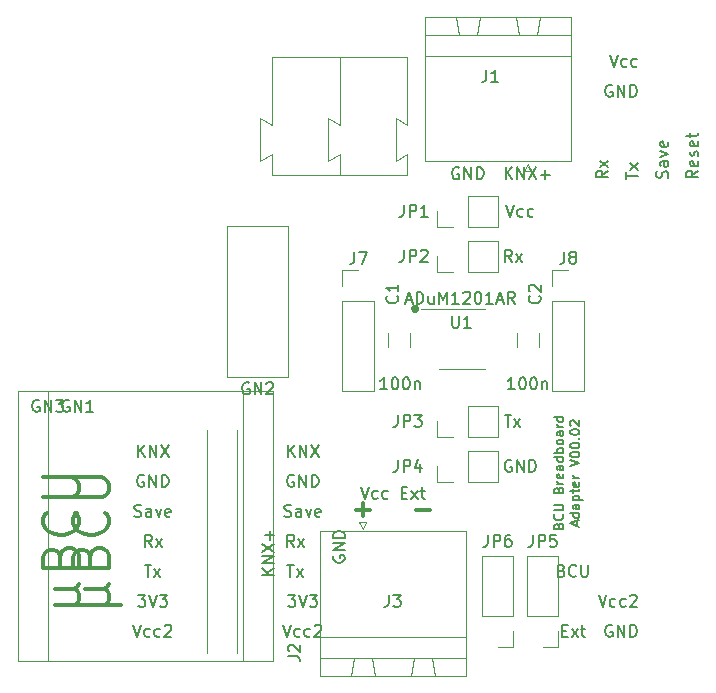
<source format=gbr>
G04 #@! TF.GenerationSoftware,KiCad,Pcbnew,(5.1.4)-1*
G04 #@! TF.CreationDate,2021-05-25T15:00:13+02:00*
G04 #@! TF.ProjectId,BCU_Breadboard_Adapter,4243555f-4272-4656-9164-626f6172645f,V00.01*
G04 #@! TF.SameCoordinates,Original*
G04 #@! TF.FileFunction,Legend,Top*
G04 #@! TF.FilePolarity,Positive*
%FSLAX46Y46*%
G04 Gerber Fmt 4.6, Leading zero omitted, Abs format (unit mm)*
G04 Created by KiCad (PCBNEW (5.1.4)-1) date 2021-05-25 15:00:13*
%MOMM*%
%LPD*%
G04 APERTURE LIST*
%ADD10C,0.300000*%
%ADD11C,0.150000*%
%ADD12C,0.200000*%
%ADD13C,0.120000*%
%ADD14C,0.050000*%
G04 APERTURE END LIST*
D10*
X136725000Y-102235000D02*
G75*
G03X136725000Y-102235000I-200000J0D01*
G01*
D11*
X148655417Y-120610070D02*
X148693512Y-120495784D01*
X148731607Y-120457689D01*
X148807798Y-120419594D01*
X148922083Y-120419594D01*
X148998274Y-120457689D01*
X149036369Y-120495784D01*
X149074464Y-120571975D01*
X149074464Y-120876737D01*
X148274464Y-120876737D01*
X148274464Y-120610070D01*
X148312560Y-120533880D01*
X148350655Y-120495784D01*
X148426845Y-120457689D01*
X148503036Y-120457689D01*
X148579226Y-120495784D01*
X148617321Y-120533880D01*
X148655417Y-120610070D01*
X148655417Y-120876737D01*
X148998274Y-119619594D02*
X149036369Y-119657689D01*
X149074464Y-119771975D01*
X149074464Y-119848165D01*
X149036369Y-119962451D01*
X148960179Y-120038641D01*
X148883988Y-120076737D01*
X148731607Y-120114832D01*
X148617321Y-120114832D01*
X148464940Y-120076737D01*
X148388750Y-120038641D01*
X148312560Y-119962451D01*
X148274464Y-119848165D01*
X148274464Y-119771975D01*
X148312560Y-119657689D01*
X148350655Y-119619594D01*
X148274464Y-119276737D02*
X148922083Y-119276737D01*
X148998274Y-119238641D01*
X149036369Y-119200546D01*
X149074464Y-119124356D01*
X149074464Y-118971975D01*
X149036369Y-118895784D01*
X148998274Y-118857689D01*
X148922083Y-118819594D01*
X148274464Y-118819594D01*
X148655417Y-117562451D02*
X148693512Y-117448165D01*
X148731607Y-117410070D01*
X148807798Y-117371975D01*
X148922083Y-117371975D01*
X148998274Y-117410070D01*
X149036369Y-117448165D01*
X149074464Y-117524356D01*
X149074464Y-117829118D01*
X148274464Y-117829118D01*
X148274464Y-117562451D01*
X148312560Y-117486260D01*
X148350655Y-117448165D01*
X148426845Y-117410070D01*
X148503036Y-117410070D01*
X148579226Y-117448165D01*
X148617321Y-117486260D01*
X148655417Y-117562451D01*
X148655417Y-117829118D01*
X149074464Y-117029118D02*
X148541131Y-117029118D01*
X148693512Y-117029118D02*
X148617321Y-116991022D01*
X148579226Y-116952927D01*
X148541131Y-116876737D01*
X148541131Y-116800546D01*
X149036369Y-116229118D02*
X149074464Y-116305308D01*
X149074464Y-116457689D01*
X149036369Y-116533880D01*
X148960179Y-116571975D01*
X148655417Y-116571975D01*
X148579226Y-116533880D01*
X148541131Y-116457689D01*
X148541131Y-116305308D01*
X148579226Y-116229118D01*
X148655417Y-116191022D01*
X148731607Y-116191022D01*
X148807798Y-116571975D01*
X149074464Y-115505308D02*
X148655417Y-115505308D01*
X148579226Y-115543403D01*
X148541131Y-115619594D01*
X148541131Y-115771975D01*
X148579226Y-115848165D01*
X149036369Y-115505308D02*
X149074464Y-115581499D01*
X149074464Y-115771975D01*
X149036369Y-115848165D01*
X148960179Y-115886260D01*
X148883988Y-115886260D01*
X148807798Y-115848165D01*
X148769702Y-115771975D01*
X148769702Y-115581499D01*
X148731607Y-115505308D01*
X149074464Y-114781499D02*
X148274464Y-114781499D01*
X149036369Y-114781499D02*
X149074464Y-114857689D01*
X149074464Y-115010070D01*
X149036369Y-115086260D01*
X148998274Y-115124356D01*
X148922083Y-115162451D01*
X148693512Y-115162451D01*
X148617321Y-115124356D01*
X148579226Y-115086260D01*
X148541131Y-115010070D01*
X148541131Y-114857689D01*
X148579226Y-114781499D01*
X149074464Y-114400546D02*
X148274464Y-114400546D01*
X148579226Y-114400546D02*
X148541131Y-114324356D01*
X148541131Y-114171975D01*
X148579226Y-114095784D01*
X148617321Y-114057689D01*
X148693512Y-114019594D01*
X148922083Y-114019594D01*
X148998274Y-114057689D01*
X149036369Y-114095784D01*
X149074464Y-114171975D01*
X149074464Y-114324356D01*
X149036369Y-114400546D01*
X149074464Y-113562451D02*
X149036369Y-113638641D01*
X148998274Y-113676737D01*
X148922083Y-113714832D01*
X148693512Y-113714832D01*
X148617321Y-113676737D01*
X148579226Y-113638641D01*
X148541131Y-113562451D01*
X148541131Y-113448165D01*
X148579226Y-113371975D01*
X148617321Y-113333880D01*
X148693512Y-113295784D01*
X148922083Y-113295784D01*
X148998274Y-113333880D01*
X149036369Y-113371975D01*
X149074464Y-113448165D01*
X149074464Y-113562451D01*
X149074464Y-112610070D02*
X148655417Y-112610070D01*
X148579226Y-112648165D01*
X148541131Y-112724356D01*
X148541131Y-112876737D01*
X148579226Y-112952927D01*
X149036369Y-112610070D02*
X149074464Y-112686260D01*
X149074464Y-112876737D01*
X149036369Y-112952927D01*
X148960179Y-112991022D01*
X148883988Y-112991022D01*
X148807798Y-112952927D01*
X148769702Y-112876737D01*
X148769702Y-112686260D01*
X148731607Y-112610070D01*
X149074464Y-112229118D02*
X148541131Y-112229118D01*
X148693512Y-112229118D02*
X148617321Y-112191022D01*
X148579226Y-112152927D01*
X148541131Y-112076737D01*
X148541131Y-112000546D01*
X149074464Y-111391022D02*
X148274464Y-111391022D01*
X149036369Y-111391022D02*
X149074464Y-111467213D01*
X149074464Y-111619594D01*
X149036369Y-111695784D01*
X148998274Y-111733880D01*
X148922083Y-111771975D01*
X148693512Y-111771975D01*
X148617321Y-111733880D01*
X148579226Y-111695784D01*
X148541131Y-111619594D01*
X148541131Y-111467213D01*
X148579226Y-111391022D01*
X150195893Y-120591022D02*
X150195893Y-120210070D01*
X150424464Y-120667213D02*
X149624464Y-120400546D01*
X150424464Y-120133880D01*
X150424464Y-119524356D02*
X149624464Y-119524356D01*
X150386369Y-119524356D02*
X150424464Y-119600546D01*
X150424464Y-119752927D01*
X150386369Y-119829118D01*
X150348274Y-119867213D01*
X150272083Y-119905308D01*
X150043512Y-119905308D01*
X149967321Y-119867213D01*
X149929226Y-119829118D01*
X149891131Y-119752927D01*
X149891131Y-119600546D01*
X149929226Y-119524356D01*
X150424464Y-118800546D02*
X150005417Y-118800546D01*
X149929226Y-118838641D01*
X149891131Y-118914832D01*
X149891131Y-119067213D01*
X149929226Y-119143403D01*
X150386369Y-118800546D02*
X150424464Y-118876737D01*
X150424464Y-119067213D01*
X150386369Y-119143403D01*
X150310179Y-119181499D01*
X150233988Y-119181499D01*
X150157798Y-119143403D01*
X150119702Y-119067213D01*
X150119702Y-118876737D01*
X150081607Y-118800546D01*
X149891131Y-118419594D02*
X150691131Y-118419594D01*
X149929226Y-118419594D02*
X149891131Y-118343403D01*
X149891131Y-118191022D01*
X149929226Y-118114832D01*
X149967321Y-118076737D01*
X150043512Y-118038641D01*
X150272083Y-118038641D01*
X150348274Y-118076737D01*
X150386369Y-118114832D01*
X150424464Y-118191022D01*
X150424464Y-118343403D01*
X150386369Y-118419594D01*
X149891131Y-117810070D02*
X149891131Y-117505308D01*
X149624464Y-117695784D02*
X150310179Y-117695784D01*
X150386369Y-117657689D01*
X150424464Y-117581499D01*
X150424464Y-117505308D01*
X150386369Y-116933880D02*
X150424464Y-117010070D01*
X150424464Y-117162451D01*
X150386369Y-117238641D01*
X150310179Y-117276737D01*
X150005417Y-117276737D01*
X149929226Y-117238641D01*
X149891131Y-117162451D01*
X149891131Y-117010070D01*
X149929226Y-116933880D01*
X150005417Y-116895784D01*
X150081607Y-116895784D01*
X150157798Y-117276737D01*
X150424464Y-116552927D02*
X149891131Y-116552927D01*
X150043512Y-116552927D02*
X149967321Y-116514832D01*
X149929226Y-116476737D01*
X149891131Y-116400546D01*
X149891131Y-116324356D01*
X149624464Y-115562451D02*
X150424464Y-115295784D01*
X149624464Y-115029118D01*
X149624464Y-114610070D02*
X149624464Y-114533880D01*
X149662560Y-114457689D01*
X149700655Y-114419594D01*
X149776845Y-114381499D01*
X149929226Y-114343403D01*
X150119702Y-114343403D01*
X150272083Y-114381499D01*
X150348274Y-114419594D01*
X150386369Y-114457689D01*
X150424464Y-114533880D01*
X150424464Y-114610070D01*
X150386369Y-114686260D01*
X150348274Y-114724356D01*
X150272083Y-114762451D01*
X150119702Y-114800546D01*
X149929226Y-114800546D01*
X149776845Y-114762451D01*
X149700655Y-114724356D01*
X149662560Y-114686260D01*
X149624464Y-114610070D01*
X149624464Y-113848165D02*
X149624464Y-113771975D01*
X149662560Y-113695784D01*
X149700655Y-113657689D01*
X149776845Y-113619594D01*
X149929226Y-113581499D01*
X150119702Y-113581499D01*
X150272083Y-113619594D01*
X150348274Y-113657689D01*
X150386369Y-113695784D01*
X150424464Y-113771975D01*
X150424464Y-113848165D01*
X150386369Y-113924356D01*
X150348274Y-113962451D01*
X150272083Y-114000546D01*
X150119702Y-114038641D01*
X149929226Y-114038641D01*
X149776845Y-114000546D01*
X149700655Y-113962451D01*
X149662560Y-113924356D01*
X149624464Y-113848165D01*
X150348274Y-113238641D02*
X150386369Y-113200546D01*
X150424464Y-113238641D01*
X150386369Y-113276737D01*
X150348274Y-113238641D01*
X150424464Y-113238641D01*
X149624464Y-112705308D02*
X149624464Y-112629118D01*
X149662560Y-112552927D01*
X149700655Y-112514832D01*
X149776845Y-112476737D01*
X149929226Y-112438641D01*
X150119702Y-112438641D01*
X150272083Y-112476737D01*
X150348274Y-112514832D01*
X150386369Y-112552927D01*
X150424464Y-112629118D01*
X150424464Y-112705308D01*
X150386369Y-112781499D01*
X150348274Y-112819594D01*
X150272083Y-112857689D01*
X150119702Y-112895784D01*
X149929226Y-112895784D01*
X149776845Y-112857689D01*
X149700655Y-112819594D01*
X149662560Y-112781499D01*
X149624464Y-112705308D01*
X149700655Y-112133880D02*
X149662560Y-112095784D01*
X149624464Y-112019594D01*
X149624464Y-111829118D01*
X149662560Y-111752927D01*
X149700655Y-111714832D01*
X149776845Y-111676737D01*
X149853036Y-111676737D01*
X149967321Y-111714832D01*
X150424464Y-112171975D01*
X150424464Y-111676737D01*
X140208095Y-90305000D02*
X140112857Y-90257380D01*
X139970000Y-90257380D01*
X139827142Y-90305000D01*
X139731904Y-90400238D01*
X139684285Y-90495476D01*
X139636666Y-90685952D01*
X139636666Y-90828809D01*
X139684285Y-91019285D01*
X139731904Y-91114523D01*
X139827142Y-91209761D01*
X139970000Y-91257380D01*
X140065238Y-91257380D01*
X140208095Y-91209761D01*
X140255714Y-91162142D01*
X140255714Y-90828809D01*
X140065238Y-90828809D01*
X140684285Y-91257380D02*
X140684285Y-90257380D01*
X141255714Y-91257380D01*
X141255714Y-90257380D01*
X141731904Y-91257380D02*
X141731904Y-90257380D01*
X141970000Y-90257380D01*
X142112857Y-90305000D01*
X142208095Y-90400238D01*
X142255714Y-90495476D01*
X142303333Y-90685952D01*
X142303333Y-90828809D01*
X142255714Y-91019285D01*
X142208095Y-91114523D01*
X142112857Y-91209761D01*
X141970000Y-91257380D01*
X141731904Y-91257380D01*
X144169047Y-91257380D02*
X144169047Y-90257380D01*
X144740476Y-91257380D02*
X144311904Y-90685952D01*
X144740476Y-90257380D02*
X144169047Y-90828809D01*
X145169047Y-91257380D02*
X145169047Y-90257380D01*
X145740476Y-91257380D01*
X145740476Y-90257380D01*
X146121428Y-90257380D02*
X146788095Y-91257380D01*
X146788095Y-90257380D02*
X146121428Y-91257380D01*
X147169047Y-90876428D02*
X147930952Y-90876428D01*
X147550000Y-91257380D02*
X147550000Y-90495476D01*
D10*
X136588571Y-119233142D02*
X137731428Y-119233142D01*
X131508571Y-119233142D02*
X132651428Y-119233142D01*
X132080000Y-119804571D02*
X132080000Y-118661714D01*
D12*
X131905714Y-117308380D02*
X132239047Y-118308380D01*
X132572380Y-117308380D01*
X133334285Y-118260761D02*
X133239047Y-118308380D01*
X133048571Y-118308380D01*
X132953333Y-118260761D01*
X132905714Y-118213142D01*
X132858095Y-118117904D01*
X132858095Y-117832190D01*
X132905714Y-117736952D01*
X132953333Y-117689333D01*
X133048571Y-117641714D01*
X133239047Y-117641714D01*
X133334285Y-117689333D01*
X134191428Y-118260761D02*
X134096190Y-118308380D01*
X133905714Y-118308380D01*
X133810476Y-118260761D01*
X133762857Y-118213142D01*
X133715238Y-118117904D01*
X133715238Y-117832190D01*
X133762857Y-117736952D01*
X133810476Y-117689333D01*
X133905714Y-117641714D01*
X134096190Y-117641714D01*
X134191428Y-117689333D01*
X135381904Y-117784571D02*
X135715238Y-117784571D01*
X135858095Y-118308380D02*
X135381904Y-118308380D01*
X135381904Y-117308380D01*
X135858095Y-117308380D01*
X136191428Y-118308380D02*
X136715238Y-117641714D01*
X136191428Y-117641714D02*
X136715238Y-118308380D01*
X136953333Y-117641714D02*
X137334285Y-117641714D01*
X137096190Y-117308380D02*
X137096190Y-118165523D01*
X137143809Y-118260761D01*
X137239047Y-118308380D01*
X137334285Y-118308380D01*
D11*
X157884761Y-91152023D02*
X157932380Y-91009166D01*
X157932380Y-90771071D01*
X157884761Y-90675833D01*
X157837142Y-90628214D01*
X157741904Y-90580595D01*
X157646666Y-90580595D01*
X157551428Y-90628214D01*
X157503809Y-90675833D01*
X157456190Y-90771071D01*
X157408571Y-90961547D01*
X157360952Y-91056785D01*
X157313333Y-91104404D01*
X157218095Y-91152023D01*
X157122857Y-91152023D01*
X157027619Y-91104404D01*
X156980000Y-91056785D01*
X156932380Y-90961547D01*
X156932380Y-90723452D01*
X156980000Y-90580595D01*
X157932380Y-89723452D02*
X157408571Y-89723452D01*
X157313333Y-89771071D01*
X157265714Y-89866309D01*
X157265714Y-90056785D01*
X157313333Y-90152023D01*
X157884761Y-89723452D02*
X157932380Y-89818690D01*
X157932380Y-90056785D01*
X157884761Y-90152023D01*
X157789523Y-90199642D01*
X157694285Y-90199642D01*
X157599047Y-90152023D01*
X157551428Y-90056785D01*
X157551428Y-89818690D01*
X157503809Y-89723452D01*
X157265714Y-89342500D02*
X157932380Y-89104404D01*
X157265714Y-88866309D01*
X157884761Y-88104404D02*
X157932380Y-88199642D01*
X157932380Y-88390119D01*
X157884761Y-88485357D01*
X157789523Y-88532976D01*
X157408571Y-88532976D01*
X157313333Y-88485357D01*
X157265714Y-88390119D01*
X157265714Y-88199642D01*
X157313333Y-88104404D01*
X157408571Y-88056785D01*
X157503809Y-88056785D01*
X157599047Y-88532976D01*
X160472380Y-90532976D02*
X159996190Y-90866309D01*
X160472380Y-91104404D02*
X159472380Y-91104404D01*
X159472380Y-90723452D01*
X159520000Y-90628214D01*
X159567619Y-90580595D01*
X159662857Y-90532976D01*
X159805714Y-90532976D01*
X159900952Y-90580595D01*
X159948571Y-90628214D01*
X159996190Y-90723452D01*
X159996190Y-91104404D01*
X160424761Y-89723452D02*
X160472380Y-89818690D01*
X160472380Y-90009166D01*
X160424761Y-90104404D01*
X160329523Y-90152023D01*
X159948571Y-90152023D01*
X159853333Y-90104404D01*
X159805714Y-90009166D01*
X159805714Y-89818690D01*
X159853333Y-89723452D01*
X159948571Y-89675833D01*
X160043809Y-89675833D01*
X160139047Y-90152023D01*
X160424761Y-89294880D02*
X160472380Y-89199642D01*
X160472380Y-89009166D01*
X160424761Y-88913928D01*
X160329523Y-88866309D01*
X160281904Y-88866309D01*
X160186666Y-88913928D01*
X160139047Y-89009166D01*
X160139047Y-89152023D01*
X160091428Y-89247261D01*
X159996190Y-89294880D01*
X159948571Y-89294880D01*
X159853333Y-89247261D01*
X159805714Y-89152023D01*
X159805714Y-89009166D01*
X159853333Y-88913928D01*
X160424761Y-88056785D02*
X160472380Y-88152023D01*
X160472380Y-88342500D01*
X160424761Y-88437738D01*
X160329523Y-88485357D01*
X159948571Y-88485357D01*
X159853333Y-88437738D01*
X159805714Y-88342500D01*
X159805714Y-88152023D01*
X159853333Y-88056785D01*
X159948571Y-88009166D01*
X160043809Y-88009166D01*
X160139047Y-88485357D01*
X159805714Y-87723452D02*
X159805714Y-87342500D01*
X159472380Y-87580595D02*
X160329523Y-87580595D01*
X160424761Y-87532976D01*
X160472380Y-87437738D01*
X160472380Y-87342500D01*
X154392380Y-91247261D02*
X154392380Y-90675833D01*
X155392380Y-90961547D02*
X154392380Y-90961547D01*
X155392380Y-90437738D02*
X154725714Y-89913928D01*
X154725714Y-90437738D02*
X155392380Y-89913928D01*
X152852380Y-90532976D02*
X152376190Y-90866309D01*
X152852380Y-91104404D02*
X151852380Y-91104404D01*
X151852380Y-90723452D01*
X151900000Y-90628214D01*
X151947619Y-90580595D01*
X152042857Y-90532976D01*
X152185714Y-90532976D01*
X152280952Y-90580595D01*
X152328571Y-90628214D01*
X152376190Y-90723452D01*
X152376190Y-91104404D01*
X152852380Y-90199642D02*
X152185714Y-89675833D01*
X152185714Y-90199642D02*
X152852380Y-89675833D01*
X144089523Y-111212380D02*
X144660952Y-111212380D01*
X144375238Y-112212380D02*
X144375238Y-111212380D01*
X144899047Y-112212380D02*
X145422857Y-111545714D01*
X144899047Y-111545714D02*
X145422857Y-112212380D01*
X144653095Y-115070000D02*
X144557857Y-115022380D01*
X144415000Y-115022380D01*
X144272142Y-115070000D01*
X144176904Y-115165238D01*
X144129285Y-115260476D01*
X144081666Y-115450952D01*
X144081666Y-115593809D01*
X144129285Y-115784285D01*
X144176904Y-115879523D01*
X144272142Y-115974761D01*
X144415000Y-116022380D01*
X144510238Y-116022380D01*
X144653095Y-115974761D01*
X144700714Y-115927142D01*
X144700714Y-115593809D01*
X144510238Y-115593809D01*
X145129285Y-116022380D02*
X145129285Y-115022380D01*
X145700714Y-116022380D01*
X145700714Y-115022380D01*
X146176904Y-116022380D02*
X146176904Y-115022380D01*
X146415000Y-115022380D01*
X146557857Y-115070000D01*
X146653095Y-115165238D01*
X146700714Y-115260476D01*
X146748333Y-115450952D01*
X146748333Y-115593809D01*
X146700714Y-115784285D01*
X146653095Y-115879523D01*
X146557857Y-115974761D01*
X146415000Y-116022380D01*
X146176904Y-116022380D01*
X144684761Y-98242380D02*
X144351428Y-97766190D01*
X144113333Y-98242380D02*
X144113333Y-97242380D01*
X144494285Y-97242380D01*
X144589523Y-97290000D01*
X144637142Y-97337619D01*
X144684761Y-97432857D01*
X144684761Y-97575714D01*
X144637142Y-97670952D01*
X144589523Y-97718571D01*
X144494285Y-97766190D01*
X144113333Y-97766190D01*
X145018095Y-98242380D02*
X145541904Y-97575714D01*
X145018095Y-97575714D02*
X145541904Y-98242380D01*
X144224523Y-93432380D02*
X144557857Y-94432380D01*
X144891190Y-93432380D01*
X145653095Y-94384761D02*
X145557857Y-94432380D01*
X145367380Y-94432380D01*
X145272142Y-94384761D01*
X145224523Y-94337142D01*
X145176904Y-94241904D01*
X145176904Y-93956190D01*
X145224523Y-93860952D01*
X145272142Y-93813333D01*
X145367380Y-93765714D01*
X145557857Y-93765714D01*
X145653095Y-93813333D01*
X146510238Y-94384761D02*
X146415000Y-94432380D01*
X146224523Y-94432380D01*
X146129285Y-94384761D01*
X146081666Y-94337142D01*
X146034047Y-94241904D01*
X146034047Y-93956190D01*
X146081666Y-93860952D01*
X146129285Y-93813333D01*
X146224523Y-93765714D01*
X146415000Y-93765714D01*
X146510238Y-93813333D01*
X148907619Y-124388571D02*
X149050476Y-124436190D01*
X149098095Y-124483809D01*
X149145714Y-124579047D01*
X149145714Y-124721904D01*
X149098095Y-124817142D01*
X149050476Y-124864761D01*
X148955238Y-124912380D01*
X148574285Y-124912380D01*
X148574285Y-123912380D01*
X148907619Y-123912380D01*
X149002857Y-123960000D01*
X149050476Y-124007619D01*
X149098095Y-124102857D01*
X149098095Y-124198095D01*
X149050476Y-124293333D01*
X149002857Y-124340952D01*
X148907619Y-124388571D01*
X148574285Y-124388571D01*
X150145714Y-124817142D02*
X150098095Y-124864761D01*
X149955238Y-124912380D01*
X149860000Y-124912380D01*
X149717142Y-124864761D01*
X149621904Y-124769523D01*
X149574285Y-124674285D01*
X149526666Y-124483809D01*
X149526666Y-124340952D01*
X149574285Y-124150476D01*
X149621904Y-124055238D01*
X149717142Y-123960000D01*
X149860000Y-123912380D01*
X149955238Y-123912380D01*
X150098095Y-123960000D01*
X150145714Y-124007619D01*
X150574285Y-123912380D02*
X150574285Y-124721904D01*
X150621904Y-124817142D01*
X150669523Y-124864761D01*
X150764761Y-124912380D01*
X150955238Y-124912380D01*
X151050476Y-124864761D01*
X151098095Y-124817142D01*
X151145714Y-124721904D01*
X151145714Y-123912380D01*
X148955238Y-129468571D02*
X149288571Y-129468571D01*
X149431428Y-129992380D02*
X148955238Y-129992380D01*
X148955238Y-128992380D01*
X149431428Y-128992380D01*
X149764761Y-129992380D02*
X150288571Y-129325714D01*
X149764761Y-129325714D02*
X150288571Y-129992380D01*
X150526666Y-129325714D02*
X150907619Y-129325714D01*
X150669523Y-128992380D02*
X150669523Y-129849523D01*
X150717142Y-129944761D01*
X150812380Y-129992380D01*
X150907619Y-129992380D01*
X153191785Y-129040000D02*
X153096547Y-128992380D01*
X152953690Y-128992380D01*
X152810833Y-129040000D01*
X152715595Y-129135238D01*
X152667976Y-129230476D01*
X152620357Y-129420952D01*
X152620357Y-129563809D01*
X152667976Y-129754285D01*
X152715595Y-129849523D01*
X152810833Y-129944761D01*
X152953690Y-129992380D01*
X153048928Y-129992380D01*
X153191785Y-129944761D01*
X153239404Y-129897142D01*
X153239404Y-129563809D01*
X153048928Y-129563809D01*
X153667976Y-129992380D02*
X153667976Y-128992380D01*
X154239404Y-129992380D01*
X154239404Y-128992380D01*
X154715595Y-129992380D02*
X154715595Y-128992380D01*
X154953690Y-128992380D01*
X155096547Y-129040000D01*
X155191785Y-129135238D01*
X155239404Y-129230476D01*
X155287023Y-129420952D01*
X155287023Y-129563809D01*
X155239404Y-129754285D01*
X155191785Y-129849523D01*
X155096547Y-129944761D01*
X154953690Y-129992380D01*
X154715595Y-129992380D01*
X152048928Y-126452380D02*
X152382261Y-127452380D01*
X152715595Y-126452380D01*
X153477500Y-127404761D02*
X153382261Y-127452380D01*
X153191785Y-127452380D01*
X153096547Y-127404761D01*
X153048928Y-127357142D01*
X153001309Y-127261904D01*
X153001309Y-126976190D01*
X153048928Y-126880952D01*
X153096547Y-126833333D01*
X153191785Y-126785714D01*
X153382261Y-126785714D01*
X153477500Y-126833333D01*
X154334642Y-127404761D02*
X154239404Y-127452380D01*
X154048928Y-127452380D01*
X153953690Y-127404761D01*
X153906071Y-127357142D01*
X153858452Y-127261904D01*
X153858452Y-126976190D01*
X153906071Y-126880952D01*
X153953690Y-126833333D01*
X154048928Y-126785714D01*
X154239404Y-126785714D01*
X154334642Y-126833333D01*
X154715595Y-126547619D02*
X154763214Y-126500000D01*
X154858452Y-126452380D01*
X155096547Y-126452380D01*
X155191785Y-126500000D01*
X155239404Y-126547619D01*
X155287023Y-126642857D01*
X155287023Y-126738095D01*
X155239404Y-126880952D01*
X154667976Y-127452380D01*
X155287023Y-127452380D01*
X153191785Y-83320000D02*
X153096547Y-83272380D01*
X152953690Y-83272380D01*
X152810833Y-83320000D01*
X152715595Y-83415238D01*
X152667976Y-83510476D01*
X152620357Y-83700952D01*
X152620357Y-83843809D01*
X152667976Y-84034285D01*
X152715595Y-84129523D01*
X152810833Y-84224761D01*
X152953690Y-84272380D01*
X153048928Y-84272380D01*
X153191785Y-84224761D01*
X153239404Y-84177142D01*
X153239404Y-83843809D01*
X153048928Y-83843809D01*
X153667976Y-84272380D02*
X153667976Y-83272380D01*
X154239404Y-84272380D01*
X154239404Y-83272380D01*
X154715595Y-84272380D02*
X154715595Y-83272380D01*
X154953690Y-83272380D01*
X155096547Y-83320000D01*
X155191785Y-83415238D01*
X155239404Y-83510476D01*
X155287023Y-83700952D01*
X155287023Y-83843809D01*
X155239404Y-84034285D01*
X155191785Y-84129523D01*
X155096547Y-84224761D01*
X154953690Y-84272380D01*
X154715595Y-84272380D01*
X153001309Y-80732380D02*
X153334642Y-81732380D01*
X153667976Y-80732380D01*
X154429880Y-81684761D02*
X154334642Y-81732380D01*
X154144166Y-81732380D01*
X154048928Y-81684761D01*
X154001309Y-81637142D01*
X153953690Y-81541904D01*
X153953690Y-81256190D01*
X154001309Y-81160952D01*
X154048928Y-81113333D01*
X154144166Y-81065714D01*
X154334642Y-81065714D01*
X154429880Y-81113333D01*
X155287023Y-81684761D02*
X155191785Y-81732380D01*
X155001309Y-81732380D01*
X154906071Y-81684761D01*
X154858452Y-81637142D01*
X154810833Y-81541904D01*
X154810833Y-81256190D01*
X154858452Y-81160952D01*
X154906071Y-81113333D01*
X155001309Y-81065714D01*
X155191785Y-81065714D01*
X155287023Y-81113333D01*
D13*
X123364440Y-89707680D02*
X123364440Y-86057680D01*
X129114440Y-89707680D02*
X129114440Y-86057680D01*
X134864440Y-89707680D02*
X134864440Y-86057680D01*
X124364440Y-89107680D02*
X124364440Y-90882680D01*
X124364440Y-86657680D02*
X124364440Y-80882680D01*
X124364440Y-86657680D02*
X123364440Y-86057680D01*
X124364440Y-89107680D02*
X123364440Y-89707680D01*
X130114440Y-86657680D02*
X129114440Y-86057680D01*
X130114440Y-86657680D02*
X130114440Y-80882680D01*
X130114440Y-89107680D02*
X130114440Y-90882680D01*
X130114440Y-89107680D02*
X129114440Y-89707680D01*
X135864440Y-86657680D02*
X134864440Y-86057680D01*
X134864440Y-89707680D02*
X135864440Y-89107680D01*
X135864440Y-86657680D02*
X135864440Y-80882680D01*
X135864440Y-90882680D02*
X135864440Y-89107680D01*
X135864440Y-80882680D02*
X124364440Y-80882680D01*
X135864440Y-90882680D02*
X124364440Y-90882680D01*
X140462000Y-102215000D02*
X137012000Y-102215000D01*
X140462000Y-102215000D02*
X142412000Y-102215000D01*
X140462000Y-107335000D02*
X138512000Y-107335000D01*
X140462000Y-107335000D02*
X142412000Y-107335000D01*
X130363920Y-98941580D02*
X131693920Y-98941580D01*
X130363920Y-100271580D02*
X130363920Y-98941580D01*
X130363920Y-101541580D02*
X133023920Y-101541580D01*
X133023920Y-101541580D02*
X133023920Y-109221580D01*
X130363920Y-101541580D02*
X130363920Y-109221580D01*
X130363920Y-109221580D02*
X133023920Y-109221580D01*
X148143920Y-98941580D02*
X149473920Y-98941580D01*
X148143920Y-100271580D02*
X148143920Y-98941580D01*
X148143920Y-101541580D02*
X150803920Y-101541580D01*
X150803920Y-101541580D02*
X150803920Y-109221580D01*
X148143920Y-101541580D02*
X148143920Y-109221580D01*
X148143920Y-109221580D02*
X150803920Y-109221580D01*
X102870000Y-109220000D02*
X102870000Y-132080000D01*
X121920000Y-109220000D02*
X121920000Y-132080000D01*
X121920000Y-132080000D02*
X102870000Y-132080000D01*
X102870000Y-109220000D02*
X104775000Y-109220000D01*
X121920000Y-109220000D02*
X104140000Y-109220000D01*
D14*
X118850000Y-112500000D02*
X118850000Y-131350000D01*
D13*
X125790000Y-108010000D02*
X120590000Y-108010000D01*
X125790000Y-95190000D02*
X125790000Y-108010000D01*
X120590000Y-108010000D02*
X120590000Y-95190000D01*
X125790000Y-95190000D02*
X120590000Y-95190000D01*
X144840000Y-130870000D02*
X143510000Y-130870000D01*
X144840000Y-129540000D02*
X144840000Y-130870000D01*
X144840000Y-128270000D02*
X142180000Y-128270000D01*
X142180000Y-128270000D02*
X142180000Y-123130000D01*
X144840000Y-128270000D02*
X144840000Y-123130000D01*
X144840000Y-123130000D02*
X142180000Y-123130000D01*
X148650000Y-130870000D02*
X147320000Y-130870000D01*
X148650000Y-129540000D02*
X148650000Y-130870000D01*
X148650000Y-128270000D02*
X145990000Y-128270000D01*
X145990000Y-128270000D02*
X145990000Y-123130000D01*
X148650000Y-128270000D02*
X148650000Y-123130000D01*
X148650000Y-123130000D02*
X145990000Y-123130000D01*
X138370000Y-116900000D02*
X138370000Y-115570000D01*
X139700000Y-116900000D02*
X138370000Y-116900000D01*
X140970000Y-116900000D02*
X140970000Y-114240000D01*
X140970000Y-114240000D02*
X143570000Y-114240000D01*
X140970000Y-116900000D02*
X143570000Y-116900000D01*
X143570000Y-116900000D02*
X143570000Y-114240000D01*
X138370000Y-113090000D02*
X138370000Y-111760000D01*
X139700000Y-113090000D02*
X138370000Y-113090000D01*
X140970000Y-113090000D02*
X140970000Y-110430000D01*
X140970000Y-110430000D02*
X143570000Y-110430000D01*
X140970000Y-113090000D02*
X143570000Y-113090000D01*
X143570000Y-113090000D02*
X143570000Y-110430000D01*
X138370000Y-99120000D02*
X138370000Y-97790000D01*
X139700000Y-99120000D02*
X138370000Y-99120000D01*
X140970000Y-99120000D02*
X140970000Y-96460000D01*
X140970000Y-96460000D02*
X143570000Y-96460000D01*
X140970000Y-99120000D02*
X143570000Y-99120000D01*
X143570000Y-99120000D02*
X143570000Y-96460000D01*
X138370000Y-95310000D02*
X138370000Y-93980000D01*
X139700000Y-95310000D02*
X138370000Y-95310000D01*
X140970000Y-95310000D02*
X140970000Y-92650000D01*
X140970000Y-92650000D02*
X143570000Y-92650000D01*
X140970000Y-95310000D02*
X143570000Y-95310000D01*
X143570000Y-95310000D02*
X143570000Y-92650000D01*
X131780000Y-120280000D02*
X132380000Y-120280000D01*
X132080000Y-120880000D02*
X131780000Y-120280000D01*
X132380000Y-120280000D02*
X132080000Y-120880000D01*
X136410000Y-131800000D02*
X136160000Y-133300000D01*
X137910000Y-131800000D02*
X136410000Y-131800000D01*
X138160000Y-133300000D02*
X137910000Y-131800000D01*
X136160000Y-133300000D02*
X138160000Y-133300000D01*
X131330000Y-131800000D02*
X131080000Y-133300000D01*
X132830000Y-131800000D02*
X131330000Y-131800000D01*
X133080000Y-133300000D02*
X132830000Y-131800000D01*
X131080000Y-133300000D02*
X133080000Y-133300000D01*
X140810000Y-131800000D02*
X128430000Y-131800000D01*
X140810000Y-130000000D02*
X140810000Y-131800000D01*
X128430000Y-130000000D02*
X140810000Y-130000000D01*
X128430000Y-131800000D02*
X128430000Y-130000000D01*
X140810000Y-121080000D02*
X128430000Y-121080000D01*
X140810000Y-133300000D02*
X140810000Y-121080000D01*
X128430000Y-133300000D02*
X140810000Y-133300000D01*
X128430000Y-121080000D02*
X128430000Y-133300000D01*
X146350000Y-90540000D02*
X145750000Y-90540000D01*
X146050000Y-89940000D02*
X146350000Y-90540000D01*
X145750000Y-90540000D02*
X146050000Y-89940000D01*
X141720000Y-79020000D02*
X141970000Y-77520000D01*
X140220000Y-79020000D02*
X141720000Y-79020000D01*
X139970000Y-77520000D02*
X140220000Y-79020000D01*
X141970000Y-77520000D02*
X139970000Y-77520000D01*
X146800000Y-79020000D02*
X147050000Y-77520000D01*
X145300000Y-79020000D02*
X146800000Y-79020000D01*
X145050000Y-77520000D02*
X145300000Y-79020000D01*
X147050000Y-77520000D02*
X145050000Y-77520000D01*
X137320000Y-79020000D02*
X149700000Y-79020000D01*
X137320000Y-80820000D02*
X137320000Y-79020000D01*
X149700000Y-80820000D02*
X137320000Y-80820000D01*
X149700000Y-79020000D02*
X149700000Y-80820000D01*
X137320000Y-89740000D02*
X149700000Y-89740000D01*
X137320000Y-77520000D02*
X137320000Y-89740000D01*
X149700000Y-77520000D02*
X137320000Y-77520000D01*
X149700000Y-89740000D02*
X149700000Y-77520000D01*
X105410000Y-109220000D02*
X105410000Y-132080000D01*
X124460000Y-109220000D02*
X124460000Y-132080000D01*
X124460000Y-132080000D02*
X105410000Y-132080000D01*
X105410000Y-109220000D02*
X107315000Y-109220000D01*
X124460000Y-109220000D02*
X106680000Y-109220000D01*
D14*
X121390000Y-112500000D02*
X121390000Y-131350000D01*
D13*
X145140000Y-104263436D02*
X145140000Y-105467564D01*
X146960000Y-104263436D02*
X146960000Y-105467564D01*
X134218000Y-104299936D02*
X134218000Y-105504064D01*
X136038000Y-104299936D02*
X136038000Y-105504064D01*
D11*
X125756820Y-131661013D02*
X126471106Y-131661013D01*
X126613963Y-131708632D01*
X126709201Y-131803870D01*
X126756820Y-131946727D01*
X126756820Y-132041965D01*
X125852059Y-131232441D02*
X125804440Y-131184822D01*
X125756820Y-131089584D01*
X125756820Y-130851489D01*
X125804440Y-130756251D01*
X125852059Y-130708632D01*
X125947297Y-130661013D01*
X126042535Y-130661013D01*
X126185392Y-130708632D01*
X126756820Y-131280060D01*
X126756820Y-130661013D01*
X124566820Y-124763632D02*
X123566820Y-124763632D01*
X124566820Y-124192203D02*
X123995392Y-124620775D01*
X123566820Y-124192203D02*
X124138249Y-124763632D01*
X124566820Y-123763632D02*
X123566820Y-123763632D01*
X124566820Y-123192203D01*
X123566820Y-123192203D01*
X123566820Y-122811251D02*
X124566820Y-122144584D01*
X123566820Y-122144584D02*
X124566820Y-122811251D01*
X124185868Y-121763632D02*
X124185868Y-121001727D01*
X124566820Y-121382680D02*
X123804916Y-121382680D01*
X129614440Y-123144584D02*
X129566820Y-123239822D01*
X129566820Y-123382680D01*
X129614440Y-123525537D01*
X129709678Y-123620775D01*
X129804916Y-123668394D01*
X129995392Y-123716013D01*
X130138249Y-123716013D01*
X130328725Y-123668394D01*
X130423963Y-123620775D01*
X130519201Y-123525537D01*
X130566820Y-123382680D01*
X130566820Y-123287441D01*
X130519201Y-123144584D01*
X130471582Y-123096965D01*
X130138249Y-123096965D01*
X130138249Y-123287441D01*
X130566820Y-122668394D02*
X129566820Y-122668394D01*
X130566820Y-122096965D01*
X129566820Y-122096965D01*
X130566820Y-121620775D02*
X129566820Y-121620775D01*
X129566820Y-121382680D01*
X129614440Y-121239822D01*
X129709678Y-121144584D01*
X129804916Y-121096965D01*
X129995392Y-121049346D01*
X130138249Y-121049346D01*
X130328725Y-121096965D01*
X130423963Y-121144584D01*
X130519201Y-121239822D01*
X130566820Y-121382680D01*
X130566820Y-121620775D01*
X139638095Y-102830380D02*
X139638095Y-103639904D01*
X139685714Y-103735142D01*
X139733333Y-103782761D01*
X139828571Y-103830380D01*
X140019047Y-103830380D01*
X140114285Y-103782761D01*
X140161904Y-103735142D01*
X140209523Y-103639904D01*
X140209523Y-102830380D01*
X141209523Y-103830380D02*
X140638095Y-103830380D01*
X140923809Y-103830380D02*
X140923809Y-102830380D01*
X140828571Y-102973238D01*
X140733333Y-103068476D01*
X140638095Y-103116095D01*
X135739761Y-101512666D02*
X136215952Y-101512666D01*
X135644523Y-101798380D02*
X135977857Y-100798380D01*
X136311190Y-101798380D01*
X136644523Y-101798380D02*
X136644523Y-100798380D01*
X136882619Y-100798380D01*
X137025476Y-100846000D01*
X137120714Y-100941238D01*
X137168333Y-101036476D01*
X137215952Y-101226952D01*
X137215952Y-101369809D01*
X137168333Y-101560285D01*
X137120714Y-101655523D01*
X137025476Y-101750761D01*
X136882619Y-101798380D01*
X136644523Y-101798380D01*
X138073095Y-101131714D02*
X138073095Y-101798380D01*
X137644523Y-101131714D02*
X137644523Y-101655523D01*
X137692142Y-101750761D01*
X137787380Y-101798380D01*
X137930238Y-101798380D01*
X138025476Y-101750761D01*
X138073095Y-101703142D01*
X138549285Y-101798380D02*
X138549285Y-100798380D01*
X138882619Y-101512666D01*
X139215952Y-100798380D01*
X139215952Y-101798380D01*
X140215952Y-101798380D02*
X139644523Y-101798380D01*
X139930238Y-101798380D02*
X139930238Y-100798380D01*
X139835000Y-100941238D01*
X139739761Y-101036476D01*
X139644523Y-101084095D01*
X140596904Y-100893619D02*
X140644523Y-100846000D01*
X140739761Y-100798380D01*
X140977857Y-100798380D01*
X141073095Y-100846000D01*
X141120714Y-100893619D01*
X141168333Y-100988857D01*
X141168333Y-101084095D01*
X141120714Y-101226952D01*
X140549285Y-101798380D01*
X141168333Y-101798380D01*
X141787380Y-100798380D02*
X141882619Y-100798380D01*
X141977857Y-100846000D01*
X142025476Y-100893619D01*
X142073095Y-100988857D01*
X142120714Y-101179333D01*
X142120714Y-101417428D01*
X142073095Y-101607904D01*
X142025476Y-101703142D01*
X141977857Y-101750761D01*
X141882619Y-101798380D01*
X141787380Y-101798380D01*
X141692142Y-101750761D01*
X141644523Y-101703142D01*
X141596904Y-101607904D01*
X141549285Y-101417428D01*
X141549285Y-101179333D01*
X141596904Y-100988857D01*
X141644523Y-100893619D01*
X141692142Y-100846000D01*
X141787380Y-100798380D01*
X143073095Y-101798380D02*
X142501666Y-101798380D01*
X142787380Y-101798380D02*
X142787380Y-100798380D01*
X142692142Y-100941238D01*
X142596904Y-101036476D01*
X142501666Y-101084095D01*
X143454047Y-101512666D02*
X143930238Y-101512666D01*
X143358809Y-101798380D02*
X143692142Y-100798380D01*
X144025476Y-101798380D01*
X144930238Y-101798380D02*
X144596904Y-101322190D01*
X144358809Y-101798380D02*
X144358809Y-100798380D01*
X144739761Y-100798380D01*
X144835000Y-100846000D01*
X144882619Y-100893619D01*
X144930238Y-100988857D01*
X144930238Y-101131714D01*
X144882619Y-101226952D01*
X144835000Y-101274571D01*
X144739761Y-101322190D01*
X144358809Y-101322190D01*
X131360586Y-97393960D02*
X131360586Y-98108246D01*
X131312967Y-98251103D01*
X131217729Y-98346341D01*
X131074872Y-98393960D01*
X130979634Y-98393960D01*
X131741539Y-97393960D02*
X132408205Y-97393960D01*
X131979634Y-98393960D01*
X149140586Y-97393960D02*
X149140586Y-98108246D01*
X149092967Y-98251103D01*
X148997729Y-98346341D01*
X148854872Y-98393960D01*
X148759634Y-98393960D01*
X149759634Y-97822532D02*
X149664396Y-97774913D01*
X149616777Y-97727294D01*
X149569158Y-97632056D01*
X149569158Y-97584437D01*
X149616777Y-97489199D01*
X149664396Y-97441580D01*
X149759634Y-97393960D01*
X149950110Y-97393960D01*
X150045348Y-97441580D01*
X150092967Y-97489199D01*
X150140586Y-97584437D01*
X150140586Y-97632056D01*
X150092967Y-97727294D01*
X150045348Y-97774913D01*
X149950110Y-97822532D01*
X149759634Y-97822532D01*
X149664396Y-97870151D01*
X149616777Y-97917770D01*
X149569158Y-98013008D01*
X149569158Y-98203484D01*
X149616777Y-98298722D01*
X149664396Y-98346341D01*
X149759634Y-98393960D01*
X149950110Y-98393960D01*
X150045348Y-98346341D01*
X150092967Y-98298722D01*
X150140586Y-98203484D01*
X150140586Y-98013008D01*
X150092967Y-97917770D01*
X150045348Y-97870151D01*
X149950110Y-97822532D01*
X104671904Y-109990000D02*
X104576666Y-109942380D01*
X104433809Y-109942380D01*
X104290952Y-109990000D01*
X104195714Y-110085238D01*
X104148095Y-110180476D01*
X104100476Y-110370952D01*
X104100476Y-110513809D01*
X104148095Y-110704285D01*
X104195714Y-110799523D01*
X104290952Y-110894761D01*
X104433809Y-110942380D01*
X104529047Y-110942380D01*
X104671904Y-110894761D01*
X104719523Y-110847142D01*
X104719523Y-110513809D01*
X104529047Y-110513809D01*
X105148095Y-110942380D02*
X105148095Y-109942380D01*
X105719523Y-110942380D01*
X105719523Y-109942380D01*
X106100476Y-109942380D02*
X106719523Y-109942380D01*
X106386190Y-110323333D01*
X106529047Y-110323333D01*
X106624285Y-110370952D01*
X106671904Y-110418571D01*
X106719523Y-110513809D01*
X106719523Y-110751904D01*
X106671904Y-110847142D01*
X106624285Y-110894761D01*
X106529047Y-110942380D01*
X106243333Y-110942380D01*
X106148095Y-110894761D01*
X106100476Y-110847142D01*
D10*
X106037142Y-127348571D02*
X109037142Y-127348571D01*
X107608571Y-125920000D02*
X107894285Y-125777142D01*
X108037142Y-125491428D01*
X107608571Y-127348571D02*
X107894285Y-127205714D01*
X108037142Y-126920000D01*
X108037142Y-126348571D01*
X107894285Y-126062857D01*
X107608571Y-125920000D01*
X106037142Y-125920000D01*
X106465714Y-123205714D02*
X106608571Y-122777142D01*
X106751428Y-122634285D01*
X107037142Y-122491428D01*
X107465714Y-122491428D01*
X107751428Y-122634285D01*
X107894285Y-122777142D01*
X108037142Y-123062857D01*
X108037142Y-124205714D01*
X105037142Y-124205714D01*
X105037142Y-123205714D01*
X105180000Y-122920000D01*
X105322857Y-122777142D01*
X105608571Y-122634285D01*
X105894285Y-122634285D01*
X106180000Y-122777142D01*
X106322857Y-122920000D01*
X106465714Y-123205714D01*
X106465714Y-124205714D01*
X107751428Y-119491428D02*
X107894285Y-119634285D01*
X108037142Y-120062857D01*
X108037142Y-120348571D01*
X107894285Y-120777142D01*
X107608571Y-121062857D01*
X107322857Y-121205714D01*
X106751428Y-121348571D01*
X106322857Y-121348571D01*
X105751428Y-121205714D01*
X105465714Y-121062857D01*
X105180000Y-120777142D01*
X105037142Y-120348571D01*
X105037142Y-120062857D01*
X105180000Y-119634285D01*
X105322857Y-119491428D01*
X105037142Y-118205714D02*
X107465714Y-118205714D01*
X107751428Y-118062857D01*
X107894285Y-117920000D01*
X108037142Y-117634285D01*
X108037142Y-117062857D01*
X107894285Y-116777142D01*
X107751428Y-116634285D01*
X107465714Y-116491428D01*
X105037142Y-116491428D01*
D11*
X112633333Y-128992380D02*
X112966666Y-129992380D01*
X113300000Y-128992380D01*
X114061904Y-129944761D02*
X113966666Y-129992380D01*
X113776190Y-129992380D01*
X113680952Y-129944761D01*
X113633333Y-129897142D01*
X113585714Y-129801904D01*
X113585714Y-129516190D01*
X113633333Y-129420952D01*
X113680952Y-129373333D01*
X113776190Y-129325714D01*
X113966666Y-129325714D01*
X114061904Y-129373333D01*
X114919047Y-129944761D02*
X114823809Y-129992380D01*
X114633333Y-129992380D01*
X114538095Y-129944761D01*
X114490476Y-129897142D01*
X114442857Y-129801904D01*
X114442857Y-129516190D01*
X114490476Y-129420952D01*
X114538095Y-129373333D01*
X114633333Y-129325714D01*
X114823809Y-129325714D01*
X114919047Y-129373333D01*
X115300000Y-129087619D02*
X115347619Y-129040000D01*
X115442857Y-128992380D01*
X115680952Y-128992380D01*
X115776190Y-129040000D01*
X115823809Y-129087619D01*
X115871428Y-129182857D01*
X115871428Y-129278095D01*
X115823809Y-129420952D01*
X115252380Y-129992380D01*
X115871428Y-129992380D01*
X113061904Y-126452380D02*
X113680952Y-126452380D01*
X113347619Y-126833333D01*
X113490476Y-126833333D01*
X113585714Y-126880952D01*
X113633333Y-126928571D01*
X113680952Y-127023809D01*
X113680952Y-127261904D01*
X113633333Y-127357142D01*
X113585714Y-127404761D01*
X113490476Y-127452380D01*
X113204761Y-127452380D01*
X113109523Y-127404761D01*
X113061904Y-127357142D01*
X113966666Y-126452380D02*
X114300000Y-127452380D01*
X114633333Y-126452380D01*
X114871428Y-126452380D02*
X115490476Y-126452380D01*
X115157142Y-126833333D01*
X115300000Y-126833333D01*
X115395238Y-126880952D01*
X115442857Y-126928571D01*
X115490476Y-127023809D01*
X115490476Y-127261904D01*
X115442857Y-127357142D01*
X115395238Y-127404761D01*
X115300000Y-127452380D01*
X115014285Y-127452380D01*
X114919047Y-127404761D01*
X114871428Y-127357142D01*
X113609523Y-123912380D02*
X114180952Y-123912380D01*
X113895238Y-124912380D02*
X113895238Y-123912380D01*
X114419047Y-124912380D02*
X114942857Y-124245714D01*
X114419047Y-124245714D02*
X114942857Y-124912380D01*
X114204761Y-122372380D02*
X113871428Y-121896190D01*
X113633333Y-122372380D02*
X113633333Y-121372380D01*
X114014285Y-121372380D01*
X114109523Y-121420000D01*
X114157142Y-121467619D01*
X114204761Y-121562857D01*
X114204761Y-121705714D01*
X114157142Y-121800952D01*
X114109523Y-121848571D01*
X114014285Y-121896190D01*
X113633333Y-121896190D01*
X114538095Y-122372380D02*
X115061904Y-121705714D01*
X114538095Y-121705714D02*
X115061904Y-122372380D01*
X112752380Y-119784761D02*
X112895238Y-119832380D01*
X113133333Y-119832380D01*
X113228571Y-119784761D01*
X113276190Y-119737142D01*
X113323809Y-119641904D01*
X113323809Y-119546666D01*
X113276190Y-119451428D01*
X113228571Y-119403809D01*
X113133333Y-119356190D01*
X112942857Y-119308571D01*
X112847619Y-119260952D01*
X112800000Y-119213333D01*
X112752380Y-119118095D01*
X112752380Y-119022857D01*
X112800000Y-118927619D01*
X112847619Y-118880000D01*
X112942857Y-118832380D01*
X113180952Y-118832380D01*
X113323809Y-118880000D01*
X114180952Y-119832380D02*
X114180952Y-119308571D01*
X114133333Y-119213333D01*
X114038095Y-119165714D01*
X113847619Y-119165714D01*
X113752380Y-119213333D01*
X114180952Y-119784761D02*
X114085714Y-119832380D01*
X113847619Y-119832380D01*
X113752380Y-119784761D01*
X113704761Y-119689523D01*
X113704761Y-119594285D01*
X113752380Y-119499047D01*
X113847619Y-119451428D01*
X114085714Y-119451428D01*
X114180952Y-119403809D01*
X114561904Y-119165714D02*
X114800000Y-119832380D01*
X115038095Y-119165714D01*
X115800000Y-119784761D02*
X115704761Y-119832380D01*
X115514285Y-119832380D01*
X115419047Y-119784761D01*
X115371428Y-119689523D01*
X115371428Y-119308571D01*
X115419047Y-119213333D01*
X115514285Y-119165714D01*
X115704761Y-119165714D01*
X115800000Y-119213333D01*
X115847619Y-119308571D01*
X115847619Y-119403809D01*
X115371428Y-119499047D01*
X113538095Y-116340000D02*
X113442857Y-116292380D01*
X113300000Y-116292380D01*
X113157142Y-116340000D01*
X113061904Y-116435238D01*
X113014285Y-116530476D01*
X112966666Y-116720952D01*
X112966666Y-116863809D01*
X113014285Y-117054285D01*
X113061904Y-117149523D01*
X113157142Y-117244761D01*
X113300000Y-117292380D01*
X113395238Y-117292380D01*
X113538095Y-117244761D01*
X113585714Y-117197142D01*
X113585714Y-116863809D01*
X113395238Y-116863809D01*
X114014285Y-117292380D02*
X114014285Y-116292380D01*
X114585714Y-117292380D01*
X114585714Y-116292380D01*
X115061904Y-117292380D02*
X115061904Y-116292380D01*
X115300000Y-116292380D01*
X115442857Y-116340000D01*
X115538095Y-116435238D01*
X115585714Y-116530476D01*
X115633333Y-116720952D01*
X115633333Y-116863809D01*
X115585714Y-117054285D01*
X115538095Y-117149523D01*
X115442857Y-117244761D01*
X115300000Y-117292380D01*
X115061904Y-117292380D01*
X113038095Y-114752380D02*
X113038095Y-113752380D01*
X113609523Y-114752380D02*
X113180952Y-114180952D01*
X113609523Y-113752380D02*
X113038095Y-114323809D01*
X114038095Y-114752380D02*
X114038095Y-113752380D01*
X114609523Y-114752380D01*
X114609523Y-113752380D01*
X114990476Y-113752380D02*
X115657142Y-114752380D01*
X115657142Y-113752380D02*
X114990476Y-114752380D01*
X122451904Y-108510000D02*
X122356666Y-108462380D01*
X122213809Y-108462380D01*
X122070952Y-108510000D01*
X121975714Y-108605238D01*
X121928095Y-108700476D01*
X121880476Y-108890952D01*
X121880476Y-109033809D01*
X121928095Y-109224285D01*
X121975714Y-109319523D01*
X122070952Y-109414761D01*
X122213809Y-109462380D01*
X122309047Y-109462380D01*
X122451904Y-109414761D01*
X122499523Y-109367142D01*
X122499523Y-109033809D01*
X122309047Y-109033809D01*
X122928095Y-109462380D02*
X122928095Y-108462380D01*
X123499523Y-109462380D01*
X123499523Y-108462380D01*
X123928095Y-108557619D02*
X123975714Y-108510000D01*
X124070952Y-108462380D01*
X124309047Y-108462380D01*
X124404285Y-108510000D01*
X124451904Y-108557619D01*
X124499523Y-108652857D01*
X124499523Y-108748095D01*
X124451904Y-108890952D01*
X123880476Y-109462380D01*
X124499523Y-109462380D01*
X142676666Y-121372380D02*
X142676666Y-122086666D01*
X142629047Y-122229523D01*
X142533809Y-122324761D01*
X142390952Y-122372380D01*
X142295714Y-122372380D01*
X143152857Y-122372380D02*
X143152857Y-121372380D01*
X143533809Y-121372380D01*
X143629047Y-121420000D01*
X143676666Y-121467619D01*
X143724285Y-121562857D01*
X143724285Y-121705714D01*
X143676666Y-121800952D01*
X143629047Y-121848571D01*
X143533809Y-121896190D01*
X143152857Y-121896190D01*
X144581428Y-121372380D02*
X144390952Y-121372380D01*
X144295714Y-121420000D01*
X144248095Y-121467619D01*
X144152857Y-121610476D01*
X144105238Y-121800952D01*
X144105238Y-122181904D01*
X144152857Y-122277142D01*
X144200476Y-122324761D01*
X144295714Y-122372380D01*
X144486190Y-122372380D01*
X144581428Y-122324761D01*
X144629047Y-122277142D01*
X144676666Y-122181904D01*
X144676666Y-121943809D01*
X144629047Y-121848571D01*
X144581428Y-121800952D01*
X144486190Y-121753333D01*
X144295714Y-121753333D01*
X144200476Y-121800952D01*
X144152857Y-121848571D01*
X144105238Y-121943809D01*
X146486666Y-121372380D02*
X146486666Y-122086666D01*
X146439047Y-122229523D01*
X146343809Y-122324761D01*
X146200952Y-122372380D01*
X146105714Y-122372380D01*
X146962857Y-122372380D02*
X146962857Y-121372380D01*
X147343809Y-121372380D01*
X147439047Y-121420000D01*
X147486666Y-121467619D01*
X147534285Y-121562857D01*
X147534285Y-121705714D01*
X147486666Y-121800952D01*
X147439047Y-121848571D01*
X147343809Y-121896190D01*
X146962857Y-121896190D01*
X148439047Y-121372380D02*
X147962857Y-121372380D01*
X147915238Y-121848571D01*
X147962857Y-121800952D01*
X148058095Y-121753333D01*
X148296190Y-121753333D01*
X148391428Y-121800952D01*
X148439047Y-121848571D01*
X148486666Y-121943809D01*
X148486666Y-122181904D01*
X148439047Y-122277142D01*
X148391428Y-122324761D01*
X148296190Y-122372380D01*
X148058095Y-122372380D01*
X147962857Y-122324761D01*
X147915238Y-122277142D01*
X135056666Y-115022380D02*
X135056666Y-115736666D01*
X135009047Y-115879523D01*
X134913809Y-115974761D01*
X134770952Y-116022380D01*
X134675714Y-116022380D01*
X135532857Y-116022380D02*
X135532857Y-115022380D01*
X135913809Y-115022380D01*
X136009047Y-115070000D01*
X136056666Y-115117619D01*
X136104285Y-115212857D01*
X136104285Y-115355714D01*
X136056666Y-115450952D01*
X136009047Y-115498571D01*
X135913809Y-115546190D01*
X135532857Y-115546190D01*
X136961428Y-115355714D02*
X136961428Y-116022380D01*
X136723333Y-114974761D02*
X136485238Y-115689047D01*
X137104285Y-115689047D01*
X135056666Y-111212380D02*
X135056666Y-111926666D01*
X135009047Y-112069523D01*
X134913809Y-112164761D01*
X134770952Y-112212380D01*
X134675714Y-112212380D01*
X135532857Y-112212380D02*
X135532857Y-111212380D01*
X135913809Y-111212380D01*
X136009047Y-111260000D01*
X136056666Y-111307619D01*
X136104285Y-111402857D01*
X136104285Y-111545714D01*
X136056666Y-111640952D01*
X136009047Y-111688571D01*
X135913809Y-111736190D01*
X135532857Y-111736190D01*
X136437619Y-111212380D02*
X137056666Y-111212380D01*
X136723333Y-111593333D01*
X136866190Y-111593333D01*
X136961428Y-111640952D01*
X137009047Y-111688571D01*
X137056666Y-111783809D01*
X137056666Y-112021904D01*
X137009047Y-112117142D01*
X136961428Y-112164761D01*
X136866190Y-112212380D01*
X136580476Y-112212380D01*
X136485238Y-112164761D01*
X136437619Y-112117142D01*
X135564666Y-97242380D02*
X135564666Y-97956666D01*
X135517047Y-98099523D01*
X135421809Y-98194761D01*
X135278952Y-98242380D01*
X135183714Y-98242380D01*
X136040857Y-98242380D02*
X136040857Y-97242380D01*
X136421809Y-97242380D01*
X136517047Y-97290000D01*
X136564666Y-97337619D01*
X136612285Y-97432857D01*
X136612285Y-97575714D01*
X136564666Y-97670952D01*
X136517047Y-97718571D01*
X136421809Y-97766190D01*
X136040857Y-97766190D01*
X136993238Y-97337619D02*
X137040857Y-97290000D01*
X137136095Y-97242380D01*
X137374190Y-97242380D01*
X137469428Y-97290000D01*
X137517047Y-97337619D01*
X137564666Y-97432857D01*
X137564666Y-97528095D01*
X137517047Y-97670952D01*
X136945619Y-98242380D01*
X137564666Y-98242380D01*
X135564666Y-93432380D02*
X135564666Y-94146666D01*
X135517047Y-94289523D01*
X135421809Y-94384761D01*
X135278952Y-94432380D01*
X135183714Y-94432380D01*
X136040857Y-94432380D02*
X136040857Y-93432380D01*
X136421809Y-93432380D01*
X136517047Y-93480000D01*
X136564666Y-93527619D01*
X136612285Y-93622857D01*
X136612285Y-93765714D01*
X136564666Y-93860952D01*
X136517047Y-93908571D01*
X136421809Y-93956190D01*
X136040857Y-93956190D01*
X137564666Y-94432380D02*
X136993238Y-94432380D01*
X137278952Y-94432380D02*
X137278952Y-93432380D01*
X137183714Y-93575238D01*
X137088476Y-93670476D01*
X136993238Y-93718095D01*
X134286666Y-126452380D02*
X134286666Y-127166666D01*
X134239047Y-127309523D01*
X134143809Y-127404761D01*
X134000952Y-127452380D01*
X133905714Y-127452380D01*
X134667619Y-126452380D02*
X135286666Y-126452380D01*
X134953333Y-126833333D01*
X135096190Y-126833333D01*
X135191428Y-126880952D01*
X135239047Y-126928571D01*
X135286666Y-127023809D01*
X135286666Y-127261904D01*
X135239047Y-127357142D01*
X135191428Y-127404761D01*
X135096190Y-127452380D01*
X134810476Y-127452380D01*
X134715238Y-127404761D01*
X134667619Y-127357142D01*
X142541666Y-82002380D02*
X142541666Y-82716666D01*
X142494047Y-82859523D01*
X142398809Y-82954761D01*
X142255952Y-83002380D01*
X142160714Y-83002380D01*
X143541666Y-83002380D02*
X142970238Y-83002380D01*
X143255952Y-83002380D02*
X143255952Y-82002380D01*
X143160714Y-82145238D01*
X143065476Y-82240476D01*
X142970238Y-82288095D01*
X107211904Y-109990000D02*
X107116666Y-109942380D01*
X106973809Y-109942380D01*
X106830952Y-109990000D01*
X106735714Y-110085238D01*
X106688095Y-110180476D01*
X106640476Y-110370952D01*
X106640476Y-110513809D01*
X106688095Y-110704285D01*
X106735714Y-110799523D01*
X106830952Y-110894761D01*
X106973809Y-110942380D01*
X107069047Y-110942380D01*
X107211904Y-110894761D01*
X107259523Y-110847142D01*
X107259523Y-110513809D01*
X107069047Y-110513809D01*
X107688095Y-110942380D02*
X107688095Y-109942380D01*
X108259523Y-110942380D01*
X108259523Y-109942380D01*
X109259523Y-110942380D02*
X108688095Y-110942380D01*
X108973809Y-110942380D02*
X108973809Y-109942380D01*
X108878571Y-110085238D01*
X108783333Y-110180476D01*
X108688095Y-110228095D01*
D10*
X108577142Y-127348571D02*
X111577142Y-127348571D01*
X110148571Y-125920000D02*
X110434285Y-125777142D01*
X110577142Y-125491428D01*
X110148571Y-127348571D02*
X110434285Y-127205714D01*
X110577142Y-126920000D01*
X110577142Y-126348571D01*
X110434285Y-126062857D01*
X110148571Y-125920000D01*
X108577142Y-125920000D01*
X109005714Y-123205714D02*
X109148571Y-122777142D01*
X109291428Y-122634285D01*
X109577142Y-122491428D01*
X110005714Y-122491428D01*
X110291428Y-122634285D01*
X110434285Y-122777142D01*
X110577142Y-123062857D01*
X110577142Y-124205714D01*
X107577142Y-124205714D01*
X107577142Y-123205714D01*
X107720000Y-122920000D01*
X107862857Y-122777142D01*
X108148571Y-122634285D01*
X108434285Y-122634285D01*
X108720000Y-122777142D01*
X108862857Y-122920000D01*
X109005714Y-123205714D01*
X109005714Y-124205714D01*
X110291428Y-119491428D02*
X110434285Y-119634285D01*
X110577142Y-120062857D01*
X110577142Y-120348571D01*
X110434285Y-120777142D01*
X110148571Y-121062857D01*
X109862857Y-121205714D01*
X109291428Y-121348571D01*
X108862857Y-121348571D01*
X108291428Y-121205714D01*
X108005714Y-121062857D01*
X107720000Y-120777142D01*
X107577142Y-120348571D01*
X107577142Y-120062857D01*
X107720000Y-119634285D01*
X107862857Y-119491428D01*
X107577142Y-118205714D02*
X110005714Y-118205714D01*
X110291428Y-118062857D01*
X110434285Y-117920000D01*
X110577142Y-117634285D01*
X110577142Y-117062857D01*
X110434285Y-116777142D01*
X110291428Y-116634285D01*
X110005714Y-116491428D01*
X107577142Y-116491428D01*
D11*
X125333333Y-128992380D02*
X125666666Y-129992380D01*
X126000000Y-128992380D01*
X126761904Y-129944761D02*
X126666666Y-129992380D01*
X126476190Y-129992380D01*
X126380952Y-129944761D01*
X126333333Y-129897142D01*
X126285714Y-129801904D01*
X126285714Y-129516190D01*
X126333333Y-129420952D01*
X126380952Y-129373333D01*
X126476190Y-129325714D01*
X126666666Y-129325714D01*
X126761904Y-129373333D01*
X127619047Y-129944761D02*
X127523809Y-129992380D01*
X127333333Y-129992380D01*
X127238095Y-129944761D01*
X127190476Y-129897142D01*
X127142857Y-129801904D01*
X127142857Y-129516190D01*
X127190476Y-129420952D01*
X127238095Y-129373333D01*
X127333333Y-129325714D01*
X127523809Y-129325714D01*
X127619047Y-129373333D01*
X128000000Y-129087619D02*
X128047619Y-129040000D01*
X128142857Y-128992380D01*
X128380952Y-128992380D01*
X128476190Y-129040000D01*
X128523809Y-129087619D01*
X128571428Y-129182857D01*
X128571428Y-129278095D01*
X128523809Y-129420952D01*
X127952380Y-129992380D01*
X128571428Y-129992380D01*
X125761904Y-126452380D02*
X126380952Y-126452380D01*
X126047619Y-126833333D01*
X126190476Y-126833333D01*
X126285714Y-126880952D01*
X126333333Y-126928571D01*
X126380952Y-127023809D01*
X126380952Y-127261904D01*
X126333333Y-127357142D01*
X126285714Y-127404761D01*
X126190476Y-127452380D01*
X125904761Y-127452380D01*
X125809523Y-127404761D01*
X125761904Y-127357142D01*
X126666666Y-126452380D02*
X127000000Y-127452380D01*
X127333333Y-126452380D01*
X127571428Y-126452380D02*
X128190476Y-126452380D01*
X127857142Y-126833333D01*
X128000000Y-126833333D01*
X128095238Y-126880952D01*
X128142857Y-126928571D01*
X128190476Y-127023809D01*
X128190476Y-127261904D01*
X128142857Y-127357142D01*
X128095238Y-127404761D01*
X128000000Y-127452380D01*
X127714285Y-127452380D01*
X127619047Y-127404761D01*
X127571428Y-127357142D01*
X125674523Y-123912380D02*
X126245952Y-123912380D01*
X125960238Y-124912380D02*
X125960238Y-123912380D01*
X126484047Y-124912380D02*
X127007857Y-124245714D01*
X126484047Y-124245714D02*
X127007857Y-124912380D01*
X126269761Y-122372380D02*
X125936428Y-121896190D01*
X125698333Y-122372380D02*
X125698333Y-121372380D01*
X126079285Y-121372380D01*
X126174523Y-121420000D01*
X126222142Y-121467619D01*
X126269761Y-121562857D01*
X126269761Y-121705714D01*
X126222142Y-121800952D01*
X126174523Y-121848571D01*
X126079285Y-121896190D01*
X125698333Y-121896190D01*
X126603095Y-122372380D02*
X127126904Y-121705714D01*
X126603095Y-121705714D02*
X127126904Y-122372380D01*
X125452380Y-119784761D02*
X125595238Y-119832380D01*
X125833333Y-119832380D01*
X125928571Y-119784761D01*
X125976190Y-119737142D01*
X126023809Y-119641904D01*
X126023809Y-119546666D01*
X125976190Y-119451428D01*
X125928571Y-119403809D01*
X125833333Y-119356190D01*
X125642857Y-119308571D01*
X125547619Y-119260952D01*
X125500000Y-119213333D01*
X125452380Y-119118095D01*
X125452380Y-119022857D01*
X125500000Y-118927619D01*
X125547619Y-118880000D01*
X125642857Y-118832380D01*
X125880952Y-118832380D01*
X126023809Y-118880000D01*
X126880952Y-119832380D02*
X126880952Y-119308571D01*
X126833333Y-119213333D01*
X126738095Y-119165714D01*
X126547619Y-119165714D01*
X126452380Y-119213333D01*
X126880952Y-119784761D02*
X126785714Y-119832380D01*
X126547619Y-119832380D01*
X126452380Y-119784761D01*
X126404761Y-119689523D01*
X126404761Y-119594285D01*
X126452380Y-119499047D01*
X126547619Y-119451428D01*
X126785714Y-119451428D01*
X126880952Y-119403809D01*
X127261904Y-119165714D02*
X127500000Y-119832380D01*
X127738095Y-119165714D01*
X128500000Y-119784761D02*
X128404761Y-119832380D01*
X128214285Y-119832380D01*
X128119047Y-119784761D01*
X128071428Y-119689523D01*
X128071428Y-119308571D01*
X128119047Y-119213333D01*
X128214285Y-119165714D01*
X128404761Y-119165714D01*
X128500000Y-119213333D01*
X128547619Y-119308571D01*
X128547619Y-119403809D01*
X128071428Y-119499047D01*
X126238095Y-116340000D02*
X126142857Y-116292380D01*
X126000000Y-116292380D01*
X125857142Y-116340000D01*
X125761904Y-116435238D01*
X125714285Y-116530476D01*
X125666666Y-116720952D01*
X125666666Y-116863809D01*
X125714285Y-117054285D01*
X125761904Y-117149523D01*
X125857142Y-117244761D01*
X126000000Y-117292380D01*
X126095238Y-117292380D01*
X126238095Y-117244761D01*
X126285714Y-117197142D01*
X126285714Y-116863809D01*
X126095238Y-116863809D01*
X126714285Y-117292380D02*
X126714285Y-116292380D01*
X127285714Y-117292380D01*
X127285714Y-116292380D01*
X127761904Y-117292380D02*
X127761904Y-116292380D01*
X128000000Y-116292380D01*
X128142857Y-116340000D01*
X128238095Y-116435238D01*
X128285714Y-116530476D01*
X128333333Y-116720952D01*
X128333333Y-116863809D01*
X128285714Y-117054285D01*
X128238095Y-117149523D01*
X128142857Y-117244761D01*
X128000000Y-117292380D01*
X127761904Y-117292380D01*
X125738095Y-114752380D02*
X125738095Y-113752380D01*
X126309523Y-114752380D02*
X125880952Y-114180952D01*
X126309523Y-113752380D02*
X125738095Y-114323809D01*
X126738095Y-114752380D02*
X126738095Y-113752380D01*
X127309523Y-114752380D01*
X127309523Y-113752380D01*
X127690476Y-113752380D02*
X128357142Y-114752380D01*
X128357142Y-113752380D02*
X127690476Y-114752380D01*
X147042142Y-101131666D02*
X147089761Y-101179285D01*
X147137380Y-101322142D01*
X147137380Y-101417380D01*
X147089761Y-101560238D01*
X146994523Y-101655476D01*
X146899285Y-101703095D01*
X146708809Y-101750714D01*
X146565952Y-101750714D01*
X146375476Y-101703095D01*
X146280238Y-101655476D01*
X146185000Y-101560238D01*
X146137380Y-101417380D01*
X146137380Y-101322142D01*
X146185000Y-101179285D01*
X146232619Y-101131666D01*
X146232619Y-100750714D02*
X146185000Y-100703095D01*
X146137380Y-100607857D01*
X146137380Y-100369761D01*
X146185000Y-100274523D01*
X146232619Y-100226904D01*
X146327857Y-100179285D01*
X146423095Y-100179285D01*
X146565952Y-100226904D01*
X147137380Y-100798333D01*
X147137380Y-100179285D01*
X144930952Y-109037380D02*
X144359523Y-109037380D01*
X144645238Y-109037380D02*
X144645238Y-108037380D01*
X144550000Y-108180238D01*
X144454761Y-108275476D01*
X144359523Y-108323095D01*
X145550000Y-108037380D02*
X145645238Y-108037380D01*
X145740476Y-108085000D01*
X145788095Y-108132619D01*
X145835714Y-108227857D01*
X145883333Y-108418333D01*
X145883333Y-108656428D01*
X145835714Y-108846904D01*
X145788095Y-108942142D01*
X145740476Y-108989761D01*
X145645238Y-109037380D01*
X145550000Y-109037380D01*
X145454761Y-108989761D01*
X145407142Y-108942142D01*
X145359523Y-108846904D01*
X145311904Y-108656428D01*
X145311904Y-108418333D01*
X145359523Y-108227857D01*
X145407142Y-108132619D01*
X145454761Y-108085000D01*
X145550000Y-108037380D01*
X146502380Y-108037380D02*
X146597619Y-108037380D01*
X146692857Y-108085000D01*
X146740476Y-108132619D01*
X146788095Y-108227857D01*
X146835714Y-108418333D01*
X146835714Y-108656428D01*
X146788095Y-108846904D01*
X146740476Y-108942142D01*
X146692857Y-108989761D01*
X146597619Y-109037380D01*
X146502380Y-109037380D01*
X146407142Y-108989761D01*
X146359523Y-108942142D01*
X146311904Y-108846904D01*
X146264285Y-108656428D01*
X146264285Y-108418333D01*
X146311904Y-108227857D01*
X146359523Y-108132619D01*
X146407142Y-108085000D01*
X146502380Y-108037380D01*
X147264285Y-108370714D02*
X147264285Y-109037380D01*
X147264285Y-108465952D02*
X147311904Y-108418333D01*
X147407142Y-108370714D01*
X147550000Y-108370714D01*
X147645238Y-108418333D01*
X147692857Y-108513571D01*
X147692857Y-109037380D01*
X134977142Y-101131666D02*
X135024761Y-101179285D01*
X135072380Y-101322142D01*
X135072380Y-101417380D01*
X135024761Y-101560238D01*
X134929523Y-101655476D01*
X134834285Y-101703095D01*
X134643809Y-101750714D01*
X134500952Y-101750714D01*
X134310476Y-101703095D01*
X134215238Y-101655476D01*
X134120000Y-101560238D01*
X134072380Y-101417380D01*
X134072380Y-101322142D01*
X134120000Y-101179285D01*
X134167619Y-101131666D01*
X135072380Y-100179285D02*
X135072380Y-100750714D01*
X135072380Y-100465000D02*
X134072380Y-100465000D01*
X134215238Y-100560238D01*
X134310476Y-100655476D01*
X134358095Y-100750714D01*
X134135952Y-109037380D02*
X133564523Y-109037380D01*
X133850238Y-109037380D02*
X133850238Y-108037380D01*
X133755000Y-108180238D01*
X133659761Y-108275476D01*
X133564523Y-108323095D01*
X134755000Y-108037380D02*
X134850238Y-108037380D01*
X134945476Y-108085000D01*
X134993095Y-108132619D01*
X135040714Y-108227857D01*
X135088333Y-108418333D01*
X135088333Y-108656428D01*
X135040714Y-108846904D01*
X134993095Y-108942142D01*
X134945476Y-108989761D01*
X134850238Y-109037380D01*
X134755000Y-109037380D01*
X134659761Y-108989761D01*
X134612142Y-108942142D01*
X134564523Y-108846904D01*
X134516904Y-108656428D01*
X134516904Y-108418333D01*
X134564523Y-108227857D01*
X134612142Y-108132619D01*
X134659761Y-108085000D01*
X134755000Y-108037380D01*
X135707380Y-108037380D02*
X135802619Y-108037380D01*
X135897857Y-108085000D01*
X135945476Y-108132619D01*
X135993095Y-108227857D01*
X136040714Y-108418333D01*
X136040714Y-108656428D01*
X135993095Y-108846904D01*
X135945476Y-108942142D01*
X135897857Y-108989761D01*
X135802619Y-109037380D01*
X135707380Y-109037380D01*
X135612142Y-108989761D01*
X135564523Y-108942142D01*
X135516904Y-108846904D01*
X135469285Y-108656428D01*
X135469285Y-108418333D01*
X135516904Y-108227857D01*
X135564523Y-108132619D01*
X135612142Y-108085000D01*
X135707380Y-108037380D01*
X136469285Y-108370714D02*
X136469285Y-109037380D01*
X136469285Y-108465952D02*
X136516904Y-108418333D01*
X136612142Y-108370714D01*
X136755000Y-108370714D01*
X136850238Y-108418333D01*
X136897857Y-108513571D01*
X136897857Y-109037380D01*
M02*

</source>
